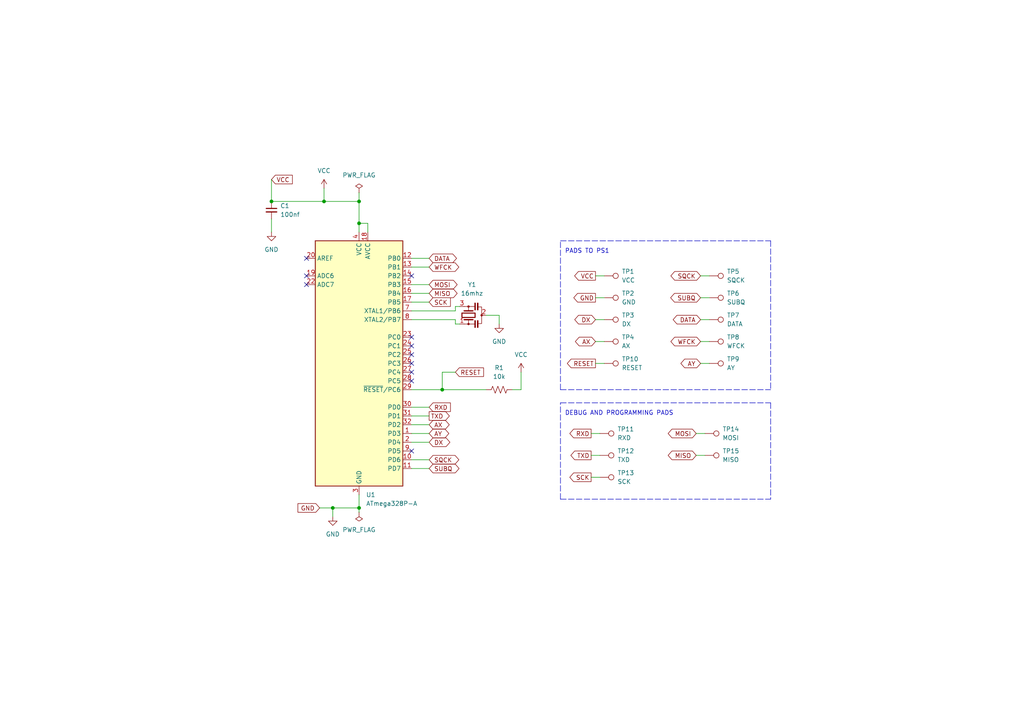
<source format=kicad_sch>
(kicad_sch (version 20211123) (generator eeschema)
  (paper "A4")
  (title_block (title "PSnee v8") (date "2024-03-03") (rev "1") (comment 1 "https://github.com/postal2201/PSNee_V8") (comment 2 "PSnee v8 code by postal2201") (comment 3 "https://twitter.com/LukesGameStuff") (comment 4 "Layout by LGSGaming"))
  (lib_symbols
    (symbol "Connector:TestPoint" (pin_numbers hide) (pin_names (offset 0.762) hide)
      (property "Reference" "TP" (at 0 6.858 0))
      (property "Value" "TestPoint" (at 0 5.08 0))
      (symbol "TestPoint_0_1"
        (circle (center 0 3.302) (radius 0.762))
      )
      (symbol "TestPoint_1_1"
        (pin passive line (at 0 0 90) (length 2.54) (name "1") (number "1"))
      )
    )
    (symbol "Device:C_Small" (pin_numbers hide) (pin_names (offset 0.254) hide)
      (property "Reference" "C" (at 0.254 1.778 0))
      (property "Value" "C_Small" (at 0.254 -2.032 0))
      (symbol "C_Small_0_1"
        (polyline (pts (xy -1.524 -0.508) (xy 1.524 -0.508)) (stroke (width 0.3302)))
        (polyline (pts (xy -1.524 0.508) (xy 1.524 0.508)) (stroke (width 0.3048)))
      )
      (symbol "C_Small_1_1"
        (pin passive line (at 0 2.54 270) (length 2.032) (name "~") (number "1"))
        (pin passive line (at 0 -2.54 90) (length 2.032) (name "~") (number "2"))
      )
    )
    (symbol "Device:R_US" (pin_numbers hide) (pin_names (offset 0))
      (property "Reference" "R" (at 2.54 0 90))
      (property "Value" "R_US" (at -2.54 0 90))
      (symbol "R_US_0_1"
        (polyline (pts (xy 0 -2.286) (xy 0 -2.54)))
        (polyline (pts (xy 0 2.286) (xy 0 2.54)))
        (polyline (pts (xy 0 -0.762) (xy 1.016 -1.143) (xy 0 -1.524) (xy -1.016 -1.905) (xy 0 -2.286)))
        (polyline (pts (xy 0 0.762) (xy 1.016 0.381) (xy 0 0) (xy -1.016 -0.381) (xy 0 -0.762)))
        (polyline (pts (xy 0 2.286) (xy 1.016 1.905) (xy 0 1.524) (xy -1.016 1.143) (xy 0 0.762)))
      )
      (symbol "R_US_1_1"
        (pin passive line (at 0 3.81 270) (length 1.27) (name "~") (number "1"))
        (pin passive line (at 0 -3.81 90) (length 1.27) (name "~") (number "2"))
      )
    )
    (symbol "Device:Resonator_Small" (pin_names (offset 1.016) hide)
      (property "Reference" "Y" (at 3.175 1.905 0))
      (property "Value" "Resonator_Small" (at 3.175 0 0))
      (symbol "Resonator_Small_0_1"
        (rectangle (start -3.556 -2.54) (end -1.524 -2.794) (fill (type outline)))
        (rectangle (start -3.556 -1.778) (end -1.524 -2.032) (fill (type outline)))
        (circle (center -2.54 0) (radius 0.254) (fill (type outline)))
        (rectangle (start -0.635 1.905) (end 0.635 -1.905) (stroke (width 0.3048)))
        (circle (center 0 -3.81) (radius 0.254) (fill (type outline)))
        (polyline (pts (xy -2.54 -1.778) (xy -2.54 0)))
        (polyline (pts (xy -2.54 0) (xy -1.397 0)))
        (polyline (pts (xy -2.54 1.27) (xy -2.54 0)))
        (polyline (pts (xy -1.27 -1.27) (xy -1.27 1.27)) (stroke (width 0.381)))
        (polyline (pts (xy 1.27 -1.27) (xy 1.27 1.27)) (stroke (width 0.381)))
        (polyline (pts (xy 1.27 0) (xy 2.54 0)))
        (polyline (pts (xy 2.54 0) (xy 2.54 -1.778)))
        (polyline (pts (xy 2.54 1.27) (xy 2.54 0)))
        (polyline (pts (xy 2.413 -2.794) (xy 2.413 -3.81) (xy -2.413 -3.81) (xy -2.413 -2.667)))
        (rectangle (start 1.524 -2.54) (end 3.556 -2.794) (fill (type outline)))
        (rectangle (start 1.524 -1.778) (end 3.556 -2.032) (fill (type outline)))
        (circle (center 2.54 0) (radius 0.254) (fill (type outline)))
      )
      (symbol "Resonator_Small_1_1"
        (pin passive line (at -2.54 2.54 270) (length 1.27) (name "1") (number "1"))
        (pin passive line (at 0 -5.08 90) (length 1.27) (name "2") (number "2"))
        (pin passive line (at 2.54 2.54 270) (length 1.27) (name "3") (number "3"))
      )
    )
    (symbol "MCU_Microchip_ATmega:ATmega328P-A"
      (property "Reference" "U" (at -12.7 36.83 0))
      (property "Value" "ATmega328P-A" (at 2.54 -36.83 0))
      (symbol "ATmega328P-A_0_1"
        (rectangle (start -12.7 -35.56) (end 12.7 35.56) (stroke (width 0.254)) (fill (type background)))
      )
      (symbol "ATmega328P-A_1_1"
        (pin bidirectional line (at 15.24 -20.32 180) (length 2.54) (name "PD3") (number "1"))
        (pin bidirectional line (at 15.24 -27.94 180) (length 2.54) (name "PD6") (number "10"))
        (pin bidirectional line (at 15.24 -30.48 180) (length 2.54) (name "PD7") (number "11"))
        (pin bidirectional line (at 15.24 30.48 180) (length 2.54) (name "PB0") (number "12"))
        (pin bidirectional line (at 15.24 27.94 180) (length 2.54) (name "PB1") (number "13"))
        (pin bidirectional line (at 15.24 25.4 180) (length 2.54) (name "PB2") (number "14"))
        (pin bidirectional line (at 15.24 22.86 180) (length 2.54) (name "PB3") (number "15"))
        (pin bidirectional line (at 15.24 20.32 180) (length 2.54) (name "PB4") (number "16"))
        (pin bidirectional line (at 15.24 17.78 180) (length 2.54) (name "PB5") (number "17"))
        (pin power_in line (at 2.54 38.1 270) (length 2.54) (name "AVCC") (number "18"))
        (pin input line (at -15.24 25.4 0) (length 2.54) (name "ADC6") (number "19"))
        (pin bidirectional line (at 15.24 -22.86 180) (length 2.54) (name "PD4") (number "2"))
        (pin passive line (at -15.24 30.48 0) (length 2.54) (name "AREF") (number "20"))
        (pin passive line (at 0 -38.1 90) (length 2.54) hide (name "GND") (number "21"))
        (pin input line (at -15.24 22.86 0) (length 2.54) (name "ADC7") (number "22"))
        (pin bidirectional line (at 15.24 7.62 180) (length 2.54) (name "PC0") (number "23"))
        (pin bidirectional line (at 15.24 5.08 180) (length 2.54) (name "PC1") (number "24"))
        (pin bidirectional line (at 15.24 2.54 180) (length 2.54) (name "PC2") (number "25"))
        (pin bidirectional line (at 15.24 0 180) (length 2.54) (name "PC3") (number "26"))
        (pin bidirectional line (at 15.24 -2.54 180) (length 2.54) (name "PC4") (number "27"))
        (pin bidirectional line (at 15.24 -5.08 180) (length 2.54) (name "PC5") (number "28"))
        (pin bidirectional line (at 15.24 -7.62 180) (length 2.54) (name "~{RESET}/PC6") (number "29"))
        (pin power_in line (at 0 -38.1 90) (length 2.54) (name "GND") (number "3"))
        (pin bidirectional line (at 15.24 -12.7 180) (length 2.54) (name "PD0") (number "30"))
        (pin bidirectional line (at 15.24 -15.24 180) (length 2.54) (name "PD1") (number "31"))
        (pin bidirectional line (at 15.24 -17.78 180) (length 2.54) (name "PD2") (number "32"))
        (pin power_in line (at 0 38.1 270) (length 2.54) (name "VCC") (number "4"))
        (pin passive line (at 0 -38.1 90) (length 2.54) hide (name "GND") (number "5"))
        (pin passive line (at 0 38.1 270) (length 2.54) hide (name "VCC") (number "6"))
        (pin bidirectional line (at 15.24 15.24 180) (length 2.54) (name "XTAL1/PB6") (number "7"))
        (pin bidirectional line (at 15.24 12.7 180) (length 2.54) (name "XTAL2/PB7") (number "8"))
        (pin bidirectional line (at 15.24 -25.4 180) (length 2.54) (name "PD5") (number "9"))
      )
    )
    (symbol "power:GND" (power) (pin_names (offset 0))
      (property "Value" "GND" (at 0 -3.81 0))
      (symbol "GND_0_1"
        (polyline (pts (xy 0 0) (xy 0 -1.27) (xy 1.27 -1.27) (xy 0 -2.54) (xy -1.27 -1.27) (xy 0 -1.27)))
      )
      (symbol "GND_1_1"
        (pin power_in line (at 0 0 270) (length 0) hide (name "GND") (number "1"))
      )
    )
    (symbol "power:PWR_FLAG" (power) (pin_numbers hide) (pin_names (offset 0) hide)
      (property "Value" "PWR_FLAG" (at 0 3.81 0))
      (symbol "PWR_FLAG_0_0"
        (pin power_out line (at 0 0 90) (length 0) (name "pwr") (number "1"))
      )
      (symbol "PWR_FLAG_0_1"
        (polyline (pts (xy 0 0) (xy 0 1.27) (xy -1.016 1.905) (xy 0 2.54) (xy 1.016 1.905) (xy 0 1.27)))
      )
    )
    (symbol "power:VCC" (power) (pin_names (offset 0))
      (property "Value" "VCC" (at 0 3.81 0))
      (symbol "VCC_0_1"
        (polyline (pts (xy -0.762 1.27) (xy 0 2.54)))
        (polyline (pts (xy 0 0) (xy 0 2.54)))
        (polyline (pts (xy 0 2.54) (xy 0.762 1.27)))
      )
      (symbol "VCC_1_1"
        (pin power_in line (at 0 0 90) (length 0) hide (name "VCC") (number "1"))
      )
    )
  )
  (junction (at 104.14 147.32))
  (junction (at 128.27 113.03))
  (junction (at 104.14 58.42))
  (junction (at 96.52 147.32))
  (junction (at 104.14 64.77))
  (junction (at 78.74 58.42))
  (junction (at 93.98 58.42))
  (no_connect (at 88.9 82.55))
  (no_connect (at 119.38 107.95))
  (no_connect (at 119.38 130.81))
  (no_connect (at 119.38 97.79))
  (no_connect (at 119.38 102.87))
  (no_connect (at 88.9 80.01))
  (no_connect (at 88.9 74.93))
  (no_connect (at 119.38 80.01))
  (no_connect (at 119.38 105.41))
  (no_connect (at 119.38 110.49))
  (no_connect (at 119.38 100.33))
  (polyline (pts (xy 223.52 69.85) (xy 223.52 113.03)))
  (wire (pts (xy 119.38 87.63) (xy 124.46 87.63)))
  (wire (pts (xy 140.97 91.44) (xy 144.78 91.44)))
  (wire (pts (xy 119.38 82.55) (xy 124.46 82.55)))
  (polyline (pts (xy 162.56 69.85) (xy 223.52 69.85)))
  (wire (pts (xy 203.2 99.06) (xy 205.74 99.06)))
  (wire (pts (xy 172.72 92.71) (xy 175.26 92.71)))
  (wire (pts (xy 148.59 113.03) (xy 151.13 113.03)))
  (wire (pts (xy 203.2 86.36) (xy 205.74 86.36)))
  (polyline (pts (xy 223.52 116.84) (xy 223.52 144.78)))
  (wire (pts (xy 93.98 58.42) (xy 104.14 58.42)))
  (wire (pts (xy 132.08 92.71) (xy 132.08 93.98)))
  (wire (pts (xy 119.38 128.27) (xy 124.46 128.27)))
  (wire (pts (xy 106.68 64.77) (xy 106.68 67.31)))
  (wire (pts (xy 104.14 143.51) (xy 104.14 147.32)))
  (wire (pts (xy 93.98 54.61) (xy 93.98 58.42)))
  (wire (pts (xy 119.38 92.71) (xy 132.08 92.71)))
  (wire (pts (xy 171.45 132.08) (xy 173.99 132.08)))
  (wire (pts (xy 201.93 125.73) (xy 204.47 125.73)))
  (wire (pts (xy 78.74 52.07) (xy 78.74 58.42)))
  (wire (pts (xy 119.38 85.09) (xy 124.46 85.09)))
  (polyline (pts (xy 162.56 144.78) (xy 223.52 144.78)))
  (wire (pts (xy 128.27 113.03) (xy 140.97 113.03)))
  (wire (pts (xy 78.74 63.5) (xy 78.74 67.31)))
  (wire (pts (xy 119.38 113.03) (xy 128.27 113.03)))
  (wire (pts (xy 172.72 105.41) (xy 175.26 105.41)))
  (wire (pts (xy 172.72 86.36) (xy 175.26 86.36)))
  (wire (pts (xy 171.45 138.43) (xy 173.99 138.43)))
  (wire (pts (xy 119.38 133.35) (xy 124.46 133.35)))
  (wire (pts (xy 203.2 92.71) (xy 205.74 92.71)))
  (wire (pts (xy 119.38 90.17) (xy 132.08 90.17)))
  (wire (pts (xy 128.27 107.95) (xy 132.08 107.95)))
  (wire (pts (xy 119.38 120.65) (xy 124.46 120.65)))
  (wire (pts (xy 119.38 77.47) (xy 124.46 77.47)))
  (polyline (pts (xy 162.56 116.84) (xy 223.52 116.84)))
  (wire (pts (xy 132.08 88.9) (xy 133.35 88.9)))
  (wire (pts (xy 119.38 125.73) (xy 124.46 125.73)))
  (wire (pts (xy 104.14 55.88) (xy 104.14 58.42)))
  (wire (pts (xy 171.45 125.73) (xy 173.99 125.73)))
  (wire (pts (xy 203.2 80.01) (xy 205.74 80.01)))
  (wire (pts (xy 78.74 58.42) (xy 93.98 58.42)))
  (wire (pts (xy 104.14 64.77) (xy 104.14 67.31)))
  (wire (pts (xy 132.08 90.17) (xy 132.08 88.9)))
  (wire (pts (xy 119.38 135.89) (xy 124.46 135.89)))
  (wire (pts (xy 104.14 64.77) (xy 106.68 64.77)))
  (wire (pts (xy 119.38 74.93) (xy 124.46 74.93)))
  (wire (pts (xy 151.13 107.95) (xy 151.13 113.03)))
  (wire (pts (xy 119.38 123.19) (xy 124.46 123.19)))
  (wire (pts (xy 104.14 58.42) (xy 104.14 64.77)))
  (wire (pts (xy 96.52 147.32) (xy 104.14 147.32)))
  (polyline (pts (xy 162.56 113.03) (xy 223.52 113.03)))
  (wire (pts (xy 172.72 80.01) (xy 175.26 80.01)))
  (polyline (pts (xy 162.56 144.78) (xy 162.56 116.84)))
  (wire (pts (xy 132.08 93.98) (xy 133.35 93.98)))
  (polyline (pts (xy 162.56 113.03) (xy 162.56 69.85)))
  (wire (pts (xy 203.2 105.41) (xy 205.74 105.41)))
  (wire (pts (xy 144.78 91.44) (xy 144.78 93.98)))
  (wire (pts (xy 128.27 113.03) (xy 128.27 107.95)))
  (wire (pts (xy 201.93 132.08) (xy 204.47 132.08)))
  (wire (pts (xy 119.38 118.11) (xy 124.46 118.11)))
  (wire (pts (xy 96.52 147.32) (xy 96.52 149.86)))
  (wire (pts (xy 92.71 147.32) (xy 96.52 147.32)))
  (wire (pts (xy 172.72 99.06) (xy 175.26 99.06)))
  (wire (pts (xy 104.14 147.32) (xy 104.14 148.59)))
  (text "PADS TO PS1" (at 163.83 73.66 0) (effects (font (size 1.27 1.27)) (justify left bottom)))
  (text "DEBUG AND PROGRAMMING PADS" (at 163.83 120.65 0) (effects (font (size 1.27 1.27)) (justify left bottom)))
  (global_label "GND" (shape output) (at 172.72 86.36 180) (property "Intersheet References" "${INTERSHEET_REFS}" (effects hide)))
  (global_label "AX" (shape bidirectional) (at 172.72 99.06 180) (property "Intersheet References" "${INTERSHEET_REFS}" (effects hide)))
  (global_label "MISO" (shape bidirectional) (at 201.93 132.08 180) (property "Intersheet References" "${INTERSHEET_REFS}" (effects hide)))
  (global_label "SUBQ" (shape bidirectional) (at 124.46 135.89 0) (property "Intersheet References" "${INTERSHEET_REFS}" (effects hide)))
  (global_label "VCC" (shape output) (at 172.72 80.01 180) (property "Intersheet References" "${INTERSHEET_REFS}" (effects hide)))
  (global_label "SQCK" (shape bidirectional) (at 124.46 133.35 0) (property "Intersheet References" "${INTERSHEET_REFS}" (effects hide)))
  (global_label "SUBQ" (shape bidirectional) (at 203.2 86.36 180) (property "Intersheet References" "${INTERSHEET_REFS}" (effects hide)))
  (global_label "AY" (shape bidirectional) (at 203.2 105.41 180) (property "Intersheet References" "${INTERSHEET_REFS}" (effects hide)))
  (global_label "SCK" (shape input) (at 124.46 87.63 0) (property "Intersheet References" "${INTERSHEET_REFS}" (effects hide)))
  (global_label "TXD" (shape output) (at 124.46 120.65 0) (property "Intersheet References" "${INTERSHEET_REFS}" (effects hide)))
  (global_label "MOSI" (shape bidirectional) (at 201.93 125.73 180) (property "Intersheet References" "${INTERSHEET_REFS}" (effects hide)))
  (global_label "WFCK" (shape bidirectional) (at 203.2 99.06 180) (property "Intersheet References" "${INTERSHEET_REFS}" (effects hide)))
  (global_label "SQCK" (shape bidirectional) (at 203.2 80.01 180) (property "Intersheet References" "${INTERSHEET_REFS}" (effects hide)))
  (global_label "TXD" (shape output) (at 171.45 132.08 180) (property "Intersheet References" "${INTERSHEET_REFS}" (effects hide)))
  (global_label "DATA" (shape bidirectional) (at 203.2 92.71 180) (property "Intersheet References" "${INTERSHEET_REFS}" (effects hide)))
  (global_label "AX" (shape bidirectional) (at 124.46 123.19 0) (property "Intersheet References" "${INTERSHEET_REFS}" (effects hide)))
  (global_label "RESET" (shape output) (at 172.72 105.41 180) (property "Intersheet References" "${INTERSHEET_REFS}" (effects hide)))
  (global_label "AY" (shape bidirectional) (at 124.46 125.73 0) (property "Intersheet References" "${INTERSHEET_REFS}" (effects hide)))
  (global_label "DX" (shape bidirectional) (at 172.72 92.71 180) (property "Intersheet References" "${INTERSHEET_REFS}" (effects hide)))
  (global_label "GND" (shape input) (at 92.71 147.32 180) (property "Intersheet References" "${INTERSHEET_REFS}" (effects hide)))
  (global_label "VCC" (shape input) (at 78.74 52.07 0) (property "Intersheet References" "${INTERSHEET_REFS}" (effects hide)))
  (global_label "RXD" (shape output) (at 171.45 125.73 180) (property "Intersheet References" "${INTERSHEET_REFS}" (effects hide)))
  (global_label "RXD" (shape input) (at 124.46 118.11 0) (property "Intersheet References" "${INTERSHEET_REFS}" (effects hide)))
  (global_label "DATA" (shape bidirectional) (at 124.46 74.93 0) (property "Intersheet References" "${INTERSHEET_REFS}" (effects hide)))
  (global_label "SCK" (shape output) (at 171.45 138.43 180) (property "Intersheet References" "${INTERSHEET_REFS}" (effects hide)))
  (global_label "RESET" (shape input) (at 132.08 107.95 0) (property "Intersheet References" "${INTERSHEET_REFS}" (effects hide)))
  (global_label "WFCK" (shape bidirectional) (at 124.46 77.47 0) (property "Intersheet References" "${INTERSHEET_REFS}" (effects hide)))
  (global_label "MOSI" (shape bidirectional) (at 124.46 82.55 0) (property "Intersheet References" "${INTERSHEET_REFS}" (effects hide)))
  (global_label "MISO" (shape bidirectional) (at 124.46 85.09 0) (property "Intersheet References" "${INTERSHEET_REFS}" (effects hide)))
  (global_label "DX" (shape bidirectional) (at 124.46 128.27 0) (property "Intersheet References" "${INTERSHEET_REFS}" (effects hide)))
  (symbol (lib_id "Connector:TestPoint") (at 173.99 138.43 270) (unit 1)
    (property "Reference" "TP13" (at 179.07 137.1599 90) (effects (justify left)))
    (property "Value" "SCK" (at 179.07 139.6999 90) (effects (justify left)))
    (property "Footprint" "TestPoint:TestPoint_Pad_1.0x1.0mm" (effects hide))
  )
  (symbol (lib_id "Connector:TestPoint") (at 205.74 105.41 270) (unit 1)
    (property "Reference" "TP9" (at 210.82 104.1399 90) (effects (justify left)))
    (property "Value" "AY" (at 210.82 106.6799 90) (effects (justify left)))
    (property "Footprint" "TestPoint:TestPoint_Pad_1.0x1.0mm" (effects hide))
  )
  (symbol (lib_id "power:GND") (at 96.52 149.86 0) (unit 1)
    (property "Reference" "#PWR0104" (effects hide))
    (property "Value" "GND" (at 96.52 154.94 0))
  )
  (symbol (lib_id "Connector:TestPoint") (at 175.26 80.01 270) (unit 1)
    (property "Reference" "TP1" (at 180.34 78.7399 90) (effects (justify left)))
    (property "Value" "VCC" (at 180.34 81.2799 90) (effects (justify left)))
    (property "Footprint" "TestPoint:TestPoint_Pad_1.0x1.0mm" (effects hide))
  )
  (symbol (lib_id "power:PWR_FLAG") (at 104.14 148.59 180) (unit 1)
    (property "Reference" "#FLG0102" (effects hide))
    (property "Value" "PWR_FLAG" (at 104.14 153.67 0))
  )
  (symbol (lib_id "Connector:TestPoint") (at 205.74 92.71 270) (unit 1)
    (property "Reference" "TP7" (at 210.82 91.4399 90) (effects (justify left)))
    (property "Value" "DATA" (at 210.82 93.9799 90) (effects (justify left)))
    (property "Footprint" "TestPoint:TestPoint_Pad_1.0x1.0mm" (effects hide))
  )
  (symbol (lib_id "Connector:TestPoint") (at 173.99 132.08 270) (unit 1)
    (property "Reference" "TP12" (at 179.07 130.8099 90) (effects (justify left)))
    (property "Value" "TXD" (at 179.07 133.3499 90) (effects (justify left)))
    (property "Footprint" "TestPoint:TestPoint_Pad_1.0x1.0mm" (effects hide))
  )
  (symbol (lib_id "Device:Resonator_Small") (at 135.89 91.44 90) (unit 1)
    (property "Reference" "Y1" (at 136.8933 82.55 90))
    (property "Value" "16mhz" (at 136.8933 85.09 90))
    (property "Footprint" "Crystal:Resonator_SMD_Murata_CSTxExxV-3Pin_3.0x1.1mm_HandSoldering" (effects hide))
  )
  (symbol (lib_id "Connector:TestPoint") (at 175.26 92.71 270) (unit 1)
    (property "Reference" "TP3" (at 180.34 91.4399 90) (effects (justify left)))
    (property "Value" "DX" (at 180.34 93.9799 90) (effects (justify left)))
    (property "Footprint" "TestPoint:TestPoint_Pad_1.0x1.0mm" (effects hide))
  )
  (symbol (lib_id "Connector:TestPoint") (at 205.74 80.01 270) (unit 1)
    (property "Reference" "TP5" (at 210.82 78.7399 90) (effects (justify left)))
    (property "Value" "SQCK" (at 210.82 81.2799 90) (effects (justify left)))
    (property "Footprint" "TestPoint:TestPoint_Pad_1.0x1.0mm" (effects hide))
  )
  (symbol (lib_id "Connector:TestPoint") (at 175.26 99.06 270) (unit 1)
    (property "Reference" "TP4" (at 180.34 97.7899 90) (effects (justify left)))
    (property "Value" "AX" (at 180.34 100.3299 90) (effects (justify left)))
    (property "Footprint" "TestPoint:TestPoint_Pad_1.0x1.0mm" (effects hide))
  )
  (symbol (lib_id "power:VCC") (at 151.13 107.95 0) (unit 1)
    (property "Reference" "#PWR0102" (effects hide))
    (property "Value" "VCC" (at 151.13 102.87 0))
  )
  (symbol (lib_id "Connector:TestPoint") (at 205.74 86.36 270) (unit 1)
    (property "Reference" "TP6" (at 210.82 85.0899 90) (effects (justify left)))
    (property "Value" "SUBQ" (at 210.82 87.6299 90) (effects (justify left)))
    (property "Footprint" "TestPoint:TestPoint_Pad_1.0x1.0mm" (effects hide))
  )
  (symbol (lib_id "power:VCC") (at 93.98 54.61 0) (unit 1)
    (property "Reference" "#PWR0105" (effects hide))
    (property "Value" "VCC" (at 93.98 49.53 0))
  )
  (symbol (lib_id "Connector:TestPoint") (at 175.26 105.41 270) (unit 1)
    (property "Reference" "TP10" (at 180.34 104.1399 90) (effects (justify left)))
    (property "Value" "RESET" (at 180.34 106.6799 90) (effects (justify left)))
    (property "Footprint" "TestPoint:TestPoint_Pad_1.0x1.0mm" (effects hide))
  )
  (symbol (lib_id "Device:R_US") (at 144.78 113.03 270) (unit 1)
    (property "Reference" "R1" (at 144.78 106.68 90))
    (property "Value" "10k" (at 144.78 109.22 90))
    (property "Footprint" "Resistor_SMD:R_0402_1005Metric_Pad0.72x0.64mm_HandSolder" (effects hide))
  )
  (symbol (lib_id "Connector:TestPoint") (at 205.74 99.06 270) (unit 1)
    (property "Reference" "TP8" (at 210.82 97.7899 90) (effects (justify left)))
    (property "Value" "WFCK" (at 210.82 100.3299 90) (effects (justify left)))
    (property "Footprint" "TestPoint:TestPoint_Pad_1.0x1.0mm" (effects hide))
  )
  (symbol (lib_id "power:GND") (at 144.78 93.98 0) (unit 1)
    (property "Reference" "#PWR0101" (effects hide))
    (property "Value" "GND" (at 144.78 99.06 0))
  )
  (symbol (lib_id "power:PWR_FLAG") (at 104.14 55.88 0) (unit 1)
    (property "Reference" "#FLG0101" (effects hide))
    (property "Value" "PWR_FLAG" (at 104.14 50.8 0))
  )
  (symbol (lib_id "Connector:TestPoint") (at 204.47 125.73 270) (unit 1)
    (property "Reference" "TP14" (at 209.55 124.4599 90) (effects (justify left)))
    (property "Value" "MOSI" (at 209.55 126.9999 90) (effects (justify left)))
    (property "Footprint" "TestPoint:TestPoint_Pad_1.0x1.0mm" (effects hide))
  )
  (symbol (lib_id "Device:C_Small") (at 78.74 60.96 0) (unit 1)
    (property "Reference" "C1" (at 81.28 59.6962 0) (effects (justify left)))
    (property "Value" "100nf" (at 81.28 62.2362 0) (effects (justify left)))
    (property "Footprint" "Capacitor_SMD:C_0402_1005Metric_Pad0.74x0.62mm_HandSolder" (effects hide))
  )
  (symbol (lib_id "MCU_Microchip_ATmega:ATmega328P-A") (at 104.14 105.41 0) (unit 1)
    (property "Reference" "U1" (at 106.1594 143.51 0) (effects (justify left)))
    (property "Value" "ATmega328P-A" (at 106.1594 146.05 0) (effects (justify left)))
    (property "Footprint" "Package_QFP:TQFP-32_7x7mm_P0.8mm" (effects hide))
    (property "Datasheet" "http://ww1.microchip.com/downloads/en/DeviceDoc/ATmega328_P%20AVR%20MCU%20with%20picoPower%20Technology%20Data%20Sheet%2040001984A.pdf" (effects hide))
  )
  (symbol (lib_id "Connector:TestPoint") (at 173.99 125.73 270) (unit 1)
    (property "Reference" "TP11" (at 179.07 124.4599 90) (effects (justify left)))
    (property "Value" "RXD" (at 179.07 126.9999 90) (effects (justify left)))
    (property "Footprint" "TestPoint:TestPoint_Pad_1.0x1.0mm" (effects hide))
  )
  (symbol (lib_id "Connector:TestPoint") (at 175.26 86.36 270) (unit 1)
    (property "Reference" "TP2" (at 180.34 85.0899 90) (effects (justify left)))
    (property "Value" "GND" (at 180.34 87.6299 90) (effects (justify left)))
    (property "Footprint" "TestPoint:TestPoint_Pad_1.0x1.0mm" (effects hide))
  )
  (symbol (lib_id "power:GND") (at 78.74 67.31 0) (unit 1)
    (property "Reference" "#PWR0103" (effects hide))
    (property "Value" "GND" (at 78.74 72.39 0))
  )
  (symbol (lib_id "Connector:TestPoint") (at 204.47 132.08 270) (unit 1)
    (property "Reference" "TP15" (at 209.55 130.8099 90) (effects (justify left)))
    (property "Value" "MISO" (at 209.55 133.3499 90) (effects (justify left)))
    (property "Footprint" "TestPoint:TestPoint_Pad_1.0x1.0mm" (effects hide))
  )
)
</source>
